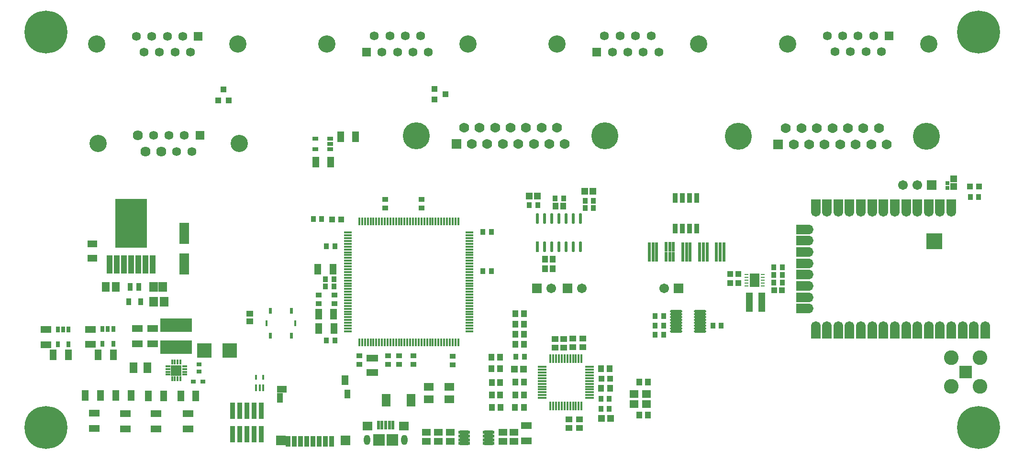
<source format=gts>
G04*
G04 #@! TF.GenerationSoftware,Altium Limited,Altium Designer,20.2.6 (244)*
G04*
G04 Layer_Color=8388736*
%FSLAX25Y25*%
%MOIN*%
G70*
G04*
G04 #@! TF.SameCoordinates,2322B5F6-C0F9-4DFB-907C-46C9DA4D7F26*
G04*
G04*
G04 #@! TF.FilePolarity,Negative*
G04*
G01*
G75*
%ADD27R,0.02236X0.07498*%
G04:AMPARAMS|DCode=28|XSize=74.98mil|YSize=22.36mil|CornerRadius=11.18mil|HoleSize=0mil|Usage=FLASHONLY|Rotation=90.000|XOffset=0mil|YOffset=0mil|HoleType=Round|Shape=RoundedRectangle|*
%AMROUNDEDRECTD28*
21,1,0.07498,0.00000,0,0,90.0*
21,1,0.05262,0.02236,0,0,90.0*
1,1,0.02236,0.00000,0.02631*
1,1,0.02236,0.00000,-0.02631*
1,1,0.02236,0.00000,-0.02631*
1,1,0.02236,0.00000,0.02631*
%
%ADD28ROUNDEDRECTD28*%
%ADD29R,0.01400X0.03200*%
%ADD30R,0.01400X0.05000*%
%ADD32R,0.02362X0.03937*%
%ADD33R,0.01772X0.03937*%
G04:AMPARAMS|DCode=41|XSize=43.31mil|YSize=23.62mil|CornerRadius=2.01mil|HoleSize=0mil|Usage=FLASHONLY|Rotation=180.000|XOffset=0mil|YOffset=0mil|HoleType=Round|Shape=RoundedRectangle|*
%AMROUNDEDRECTD41*
21,1,0.04331,0.01961,0,0,180.0*
21,1,0.03929,0.02362,0,0,180.0*
1,1,0.00402,-0.01965,0.00980*
1,1,0.00402,0.01965,0.00980*
1,1,0.00402,0.01965,-0.00980*
1,1,0.00402,-0.01965,-0.00980*
%
%ADD41ROUNDEDRECTD41*%
%ADD59R,0.06890X0.09646*%
%ADD60R,0.02972X0.01000*%
G04:AMPARAMS|DCode=71|XSize=43.31mil|YSize=23.62mil|CornerRadius=2.01mil|HoleSize=0mil|Usage=FLASHONLY|Rotation=270.000|XOffset=0mil|YOffset=0mil|HoleType=Round|Shape=RoundedRectangle|*
%AMROUNDEDRECTD71*
21,1,0.04331,0.01961,0,0,270.0*
21,1,0.03929,0.02362,0,0,270.0*
1,1,0.00402,-0.00980,-0.01965*
1,1,0.00402,-0.00980,0.01965*
1,1,0.00402,0.00980,0.01965*
1,1,0.00402,0.00980,-0.01965*
%
%ADD71ROUNDEDRECTD71*%
%ADD72R,0.06717X0.04545*%
%ADD96R,0.03543X0.03150*%
%ADD97R,0.03543X0.04724*%
%ADD98R,0.03740X0.05315*%
%ADD106R,0.03197X0.02985*%
%ADD108R,0.06342X0.01302*%
%ADD109R,0.01302X0.06342*%
%ADD110R,0.03556X0.04343*%
%ADD111R,0.04540X0.04934*%
%ADD112R,0.03950X0.04343*%
%ADD113R,0.04540X0.03950*%
%ADD114R,0.08280X0.08280*%
%ADD115R,0.07099X0.06312*%
%ADD116R,0.01955X0.05915*%
%ADD117R,0.06312X0.09068*%
%ADD118R,0.03950X0.03950*%
%ADD119R,0.01700X0.05600*%
%ADD120R,0.05600X0.01700*%
%ADD121R,0.08280X0.05131*%
%ADD122R,0.05131X0.07493*%
%ADD123R,0.09855X0.09855*%
%ADD124R,0.04343X0.03556*%
%ADD125O,0.06706X0.12060*%
%ADD126O,0.12060X0.06706*%
%ADD127C,0.01587*%
%ADD128R,0.06706X0.06706*%
%ADD129R,0.06706X0.06706*%
%ADD130R,0.04343X0.03950*%
%ADD131R,0.04147X0.04540*%
%ADD132R,0.04147X0.04658*%
%ADD133R,0.07099X0.05721*%
%ADD134R,0.04934X0.04934*%
%ADD135R,0.03950X0.04343*%
%ADD136R,0.21863X0.34422*%
%ADD137R,0.04304X0.12847*%
%ADD138R,0.04186X0.04658*%
%ADD139R,0.04737X0.13398*%
%ADD140R,0.03713X0.11784*%
%ADD141R,0.07493X0.05131*%
%ADD142R,0.06312X0.05524*%
%ADD143R,0.04422X0.04658*%
%ADD144R,0.02375X0.06706*%
%ADD145R,0.05524X0.07493*%
%ADD146R,0.07493X0.07493*%
%ADD147R,0.03792X0.01824*%
%ADD148R,0.01824X0.03792*%
%ADD149R,0.22453X0.09265*%
%ADD150R,0.02847X0.02847*%
%ADD151O,0.08477X0.01981*%
%ADD152R,0.03989X0.04658*%
%ADD153R,0.04540X0.04855*%
%ADD154R,0.04658X0.04422*%
%ADD155R,0.04225X0.04658*%
%ADD156R,0.05918X0.04737*%
%ADD157O,0.08280X0.02572*%
%ADD158R,0.04742X0.06713*%
%ADD159R,0.06706X0.04737*%
%ADD160R,0.03951X0.06314*%
%ADD161R,0.03952X0.06710*%
%ADD162R,0.06713X0.06713*%
%ADD163R,0.06709X0.06709*%
%ADD164R,0.03560X0.07700*%
%ADD165R,0.03559X0.07697*%
%ADD166R,0.03557X0.07692*%
%ADD167R,0.03560X0.07700*%
%ADD168R,0.03559X0.07698*%
%ADD169R,0.03558X0.07696*%
%ADD170R,0.03561X0.07702*%
%ADD171R,0.03557X0.07692*%
%ADD172R,0.06312X0.06902*%
%ADD173R,0.05918X0.06509*%
%ADD174R,0.05328X0.06509*%
%ADD175R,0.04225X0.04461*%
%ADD176R,0.04658X0.04186*%
%ADD177R,0.04658X0.03989*%
%ADD178R,0.07099X0.14580*%
%ADD179R,0.03359X0.06804*%
%ADD180C,0.12008*%
%ADD181R,0.06260X0.06260*%
%ADD182C,0.06260*%
%ADD183C,0.07060*%
%ADD184C,0.18812*%
%ADD185C,0.06942*%
%ADD186R,0.06942X0.06942*%
%ADD187O,0.04343X0.07099*%
%ADD188C,0.02800*%
%ADD189C,0.06706*%
%ADD190R,0.09150X0.09150*%
%ADD191C,0.10243*%
%ADD192C,0.29934*%
G36*
X613540Y135350D02*
Y124350D01*
X624540D01*
Y135350D01*
X613540D01*
D02*
G37*
D27*
X342471Y126145D02*
D03*
D28*
X347471D02*
D03*
X352471D02*
D03*
X357471D02*
D03*
X362471D02*
D03*
X367471D02*
D03*
X372471D02*
D03*
Y145837D02*
D03*
X367471D02*
D03*
X362471D02*
D03*
X357471D02*
D03*
X352471D02*
D03*
X347471D02*
D03*
X342471D02*
D03*
D29*
X146348Y35002D02*
D03*
X151466D02*
D03*
D30*
Y27602D02*
D03*
X148907D02*
D03*
X146348D02*
D03*
D32*
X170983Y64106D02*
D03*
X156416D02*
D03*
X170983Y81429D02*
D03*
X156416D02*
D03*
D33*
X173640Y72768D02*
D03*
X153759D02*
D03*
D41*
X187748Y194011D02*
D03*
Y201492D02*
D03*
X197985D02*
D03*
Y197752D02*
D03*
Y194011D02*
D03*
D59*
X493623Y102786D02*
D03*
D60*
X488003Y98849D02*
D03*
Y100818D02*
D03*
Y102786D02*
D03*
Y104755D02*
D03*
Y106723D02*
D03*
X499243D02*
D03*
Y104755D02*
D03*
Y102786D02*
D03*
Y100818D02*
D03*
Y98849D02*
D03*
D71*
X46947Y58382D02*
D03*
X39467D02*
D03*
Y68619D02*
D03*
X43207D02*
D03*
X46947D02*
D03*
X15694Y58078D02*
D03*
X8214D02*
D03*
Y68314D02*
D03*
X11954D02*
D03*
X15694D02*
D03*
D72*
X32227Y118076D02*
D03*
Y128122D02*
D03*
D96*
X102542Y32141D02*
D03*
X109235D02*
D03*
D97*
X65897Y87708D02*
D03*
X57630D02*
D03*
D98*
X64619Y97963D02*
D03*
X58714D02*
D03*
D106*
X106782Y44083D02*
D03*
Y39146D02*
D03*
D108*
X345831Y42322D02*
D03*
Y40354D02*
D03*
Y38385D02*
D03*
Y36417D02*
D03*
Y34448D02*
D03*
Y32480D02*
D03*
Y30511D02*
D03*
Y28543D02*
D03*
Y26574D02*
D03*
Y24606D02*
D03*
Y22637D02*
D03*
Y20669D02*
D03*
X378744D02*
D03*
Y22637D02*
D03*
Y24606D02*
D03*
Y26574D02*
D03*
Y28543D02*
D03*
Y30511D02*
D03*
Y32480D02*
D03*
Y34448D02*
D03*
Y36417D02*
D03*
Y38385D02*
D03*
Y40354D02*
D03*
Y42322D02*
D03*
D109*
X351461Y15039D02*
D03*
X353429D02*
D03*
X355398D02*
D03*
X357366D02*
D03*
X359335D02*
D03*
X361303D02*
D03*
X363272D02*
D03*
X365240D02*
D03*
X367209D02*
D03*
X369177D02*
D03*
X371146D02*
D03*
X373114D02*
D03*
Y47952D02*
D03*
X371146D02*
D03*
X369177D02*
D03*
X367209D02*
D03*
X365240D02*
D03*
X363272D02*
D03*
X361303D02*
D03*
X359335D02*
D03*
X357366D02*
D03*
X355398D02*
D03*
X353429D02*
D03*
X351461D02*
D03*
D110*
X381509Y158034D02*
D03*
X375603D02*
D03*
Y153024D02*
D03*
X381509D02*
D03*
X643969Y160777D02*
D03*
X649874D02*
D03*
X192208Y145390D02*
D03*
X186302D02*
D03*
X200544Y98504D02*
D03*
X194638D02*
D03*
X200544Y103501D02*
D03*
X194638D02*
D03*
X513000Y101031D02*
D03*
X507094D02*
D03*
Y106372D02*
D03*
X513000D02*
D03*
X513069Y111712D02*
D03*
X507164D02*
D03*
X201331Y60777D02*
D03*
X195426D02*
D03*
X342772Y154894D02*
D03*
X336867D02*
D03*
X354727Y159671D02*
D03*
X360632D02*
D03*
X424350Y77661D02*
D03*
X430256D02*
D03*
X424350Y71058D02*
D03*
X430256D02*
D03*
X424350Y64865D02*
D03*
X430256D02*
D03*
X386556Y13217D02*
D03*
X392461D02*
D03*
X386556Y20153D02*
D03*
X392461D02*
D03*
X333237Y49251D02*
D03*
X327332D02*
D03*
X464600Y71058D02*
D03*
X470506D02*
D03*
X304483Y108913D02*
D03*
X310388D02*
D03*
X195426Y126311D02*
D03*
X201331D02*
D03*
X304483Y136453D02*
D03*
X310388D02*
D03*
D111*
X381016Y164571D02*
D03*
X375308D02*
D03*
X342280Y161396D02*
D03*
X336572D02*
D03*
D112*
X120035Y227909D02*
D03*
X127516D02*
D03*
X123776Y235783D02*
D03*
D113*
X142169Y74149D02*
D03*
Y79267D02*
D03*
D114*
X241391Y-8747D02*
D03*
X231942D02*
D03*
D115*
X249265Y899D02*
D03*
X224068D02*
D03*
D116*
X241785Y1785D02*
D03*
X239226D02*
D03*
X236667D02*
D03*
X234108D02*
D03*
X231549D02*
D03*
D117*
X237122Y19133D02*
D03*
X254445D02*
D03*
D118*
X650071Y168211D02*
D03*
X643772D02*
D03*
X199273Y145217D02*
D03*
X205572D02*
D03*
D119*
X218346Y143839D02*
D03*
X220314D02*
D03*
X222283D02*
D03*
X224251D02*
D03*
X226220D02*
D03*
X228188D02*
D03*
X230157D02*
D03*
X232125D02*
D03*
X234094D02*
D03*
X236062D02*
D03*
X238031D02*
D03*
X239999D02*
D03*
X241968D02*
D03*
X243936D02*
D03*
X245905D02*
D03*
X247873D02*
D03*
X249842D02*
D03*
X251810D02*
D03*
X253779D02*
D03*
X255747D02*
D03*
X257716D02*
D03*
X259684D02*
D03*
X261653D02*
D03*
X263621D02*
D03*
X265590D02*
D03*
X267558D02*
D03*
X269527D02*
D03*
X271495D02*
D03*
X273464D02*
D03*
X275432D02*
D03*
X277401D02*
D03*
X279369D02*
D03*
X281338D02*
D03*
X283306D02*
D03*
X285275D02*
D03*
X287243D02*
D03*
Y59239D02*
D03*
X285275D02*
D03*
X283306D02*
D03*
X281338D02*
D03*
X279369D02*
D03*
X277401D02*
D03*
X275432D02*
D03*
X273464D02*
D03*
X271495D02*
D03*
X269527D02*
D03*
X267558D02*
D03*
X265590D02*
D03*
X263621D02*
D03*
X261653D02*
D03*
X259684D02*
D03*
X257716D02*
D03*
X255747D02*
D03*
X253779D02*
D03*
X251810D02*
D03*
X249842D02*
D03*
X247873D02*
D03*
X245905D02*
D03*
X243936D02*
D03*
X241968D02*
D03*
X239999D02*
D03*
X238031D02*
D03*
X236062D02*
D03*
X234094D02*
D03*
X232125D02*
D03*
X230157D02*
D03*
X228188D02*
D03*
X226220D02*
D03*
X224251D02*
D03*
X222283D02*
D03*
X220314D02*
D03*
X218346D02*
D03*
D120*
X295094Y135988D02*
D03*
Y134020D02*
D03*
Y132051D02*
D03*
Y130083D02*
D03*
Y128114D02*
D03*
Y126146D02*
D03*
Y124177D02*
D03*
Y122209D02*
D03*
Y120240D02*
D03*
Y118272D02*
D03*
Y116303D02*
D03*
Y114335D02*
D03*
Y112366D02*
D03*
Y110398D02*
D03*
Y108429D02*
D03*
Y106461D02*
D03*
Y104492D02*
D03*
Y102524D02*
D03*
Y100555D02*
D03*
Y98587D02*
D03*
Y96618D02*
D03*
Y94650D02*
D03*
Y92681D02*
D03*
Y90713D02*
D03*
Y88744D02*
D03*
Y86776D02*
D03*
Y84807D02*
D03*
Y82839D02*
D03*
Y80870D02*
D03*
Y78902D02*
D03*
Y76933D02*
D03*
Y74965D02*
D03*
Y72996D02*
D03*
Y71028D02*
D03*
Y69059D02*
D03*
Y67091D02*
D03*
X210494D02*
D03*
Y69059D02*
D03*
Y71028D02*
D03*
Y72996D02*
D03*
Y74965D02*
D03*
Y76933D02*
D03*
Y78902D02*
D03*
Y80870D02*
D03*
Y82839D02*
D03*
Y84807D02*
D03*
Y86776D02*
D03*
Y88744D02*
D03*
Y90713D02*
D03*
Y92681D02*
D03*
Y94650D02*
D03*
Y96618D02*
D03*
Y98587D02*
D03*
Y100555D02*
D03*
Y102524D02*
D03*
Y104492D02*
D03*
Y106461D02*
D03*
Y108429D02*
D03*
Y110398D02*
D03*
Y112366D02*
D03*
Y114335D02*
D03*
Y116303D02*
D03*
Y118272D02*
D03*
Y120240D02*
D03*
Y122209D02*
D03*
Y124177D02*
D03*
Y126146D02*
D03*
Y128114D02*
D03*
Y130083D02*
D03*
Y132051D02*
D03*
Y134020D02*
D03*
Y135988D02*
D03*
D121*
X227225Y48347D02*
D03*
Y38505D02*
D03*
D122*
X187899Y185011D02*
D03*
X198529D02*
D03*
X205229Y202633D02*
D03*
X215859D02*
D03*
X36334Y50612D02*
D03*
X46964D02*
D03*
X189255Y110398D02*
D03*
X199885D02*
D03*
X189894Y79067D02*
D03*
X200524D02*
D03*
X200544Y69224D02*
D03*
X189914D02*
D03*
X71325Y22069D02*
D03*
X81955D02*
D03*
X93877Y22069D02*
D03*
X104507D02*
D03*
X48718Y22284D02*
D03*
X59347D02*
D03*
X27297Y22284D02*
D03*
X37927D02*
D03*
X5081Y50612D02*
D03*
X15711D02*
D03*
D123*
X110405Y53564D02*
D03*
X128121D02*
D03*
D124*
X190032Y86450D02*
D03*
Y92355D02*
D03*
X200937Y86341D02*
D03*
Y92247D02*
D03*
X238216Y44010D02*
D03*
Y49916D02*
D03*
X218531Y44010D02*
D03*
Y49916D02*
D03*
X283491Y49704D02*
D03*
Y43798D02*
D03*
X246090Y49916D02*
D03*
Y44010D02*
D03*
X236339Y153183D02*
D03*
Y159089D02*
D03*
X255932Y49916D02*
D03*
Y44010D02*
D03*
X261806Y153183D02*
D03*
Y159089D02*
D03*
D125*
X630739Y153141D02*
D03*
X622865D02*
D03*
X614992D02*
D03*
X607118D02*
D03*
X599243D02*
D03*
X591369D02*
D03*
X583495D02*
D03*
X575621D02*
D03*
X567747D02*
D03*
X559873D02*
D03*
X551999D02*
D03*
X544125D02*
D03*
X536251D02*
D03*
Y67944D02*
D03*
X544125D02*
D03*
X551999D02*
D03*
X559873D02*
D03*
X567747D02*
D03*
X575621D02*
D03*
X583495D02*
D03*
X591369D02*
D03*
X599243D02*
D03*
X607118D02*
D03*
X614992D02*
D03*
X622865D02*
D03*
X630739D02*
D03*
X638614D02*
D03*
X646488D02*
D03*
X654362D02*
D03*
D126*
X528692Y138110D02*
D03*
Y130236D02*
D03*
Y122362D02*
D03*
Y114488D02*
D03*
Y106614D02*
D03*
Y98739D02*
D03*
Y90865D02*
D03*
Y82991D02*
D03*
D127*
X619322Y129440D02*
D03*
D128*
X630739Y155850D02*
D03*
X654362Y65267D02*
D03*
X622865Y155850D02*
D03*
X614992D02*
D03*
X607118D02*
D03*
X599243D02*
D03*
X591369D02*
D03*
X583495D02*
D03*
X575621D02*
D03*
X567747D02*
D03*
X559873D02*
D03*
X551999D02*
D03*
X544125D02*
D03*
X536251D02*
D03*
Y65236D02*
D03*
X544125D02*
D03*
X551999D02*
D03*
X559873D02*
D03*
X567747D02*
D03*
X575621D02*
D03*
X583495D02*
D03*
X591369D02*
D03*
X599243D02*
D03*
X607118D02*
D03*
X614992D02*
D03*
X622865D02*
D03*
X630739D02*
D03*
X638614D02*
D03*
X646488D02*
D03*
D129*
X525984Y138110D02*
D03*
Y130236D02*
D03*
Y122362D02*
D03*
Y114488D02*
D03*
Y106614D02*
D03*
Y98739D02*
D03*
Y90865D02*
D03*
Y82991D02*
D03*
X617118Y169097D02*
D03*
X440775Y97168D02*
D03*
X342054D02*
D03*
X363370D02*
D03*
D130*
X278449Y232399D02*
D03*
X270574Y228659D02*
D03*
Y236139D02*
D03*
D131*
X360337Y154476D02*
D03*
X355022D02*
D03*
X352881Y117411D02*
D03*
X347566D02*
D03*
X352881Y110889D02*
D03*
X347566D02*
D03*
D132*
X327208Y72216D02*
D03*
X333113D02*
D03*
X310553Y31495D02*
D03*
X316459D02*
D03*
X333113Y79331D02*
D03*
X327208D02*
D03*
X310574Y22696D02*
D03*
X316479D02*
D03*
D133*
X266569Y19881D02*
D03*
X281135D02*
D03*
X266569Y28543D02*
D03*
X281135D02*
D03*
D134*
X632402Y168211D02*
D03*
Y173527D02*
D03*
D135*
X507291Y95691D02*
D03*
X512803D02*
D03*
X476809Y100818D02*
D03*
X482321D02*
D03*
Y107009D02*
D03*
X476809D02*
D03*
D136*
X59401Y142479D02*
D03*
D137*
X74401Y113720D02*
D03*
X69401D02*
D03*
X64401D02*
D03*
X59401D02*
D03*
X54401D02*
D03*
X49401D02*
D03*
X44401D02*
D03*
D138*
X326889Y22775D02*
D03*
X332913D02*
D03*
X392894Y27246D02*
D03*
X386871D02*
D03*
X333094Y57986D02*
D03*
X327070D02*
D03*
X333094Y65101D02*
D03*
X327070D02*
D03*
X332923Y31653D02*
D03*
X326899D02*
D03*
D139*
X489949Y87404D02*
D03*
X498610D02*
D03*
D140*
X150201Y11566D02*
D03*
X145201D02*
D03*
X140201D02*
D03*
X135201D02*
D03*
X130201D02*
D03*
Y-4457D02*
D03*
X135201D02*
D03*
X140201D02*
D03*
X145201D02*
D03*
X150201D02*
D03*
D141*
X63854Y58444D02*
D03*
Y69074D02*
D03*
X31162Y68525D02*
D03*
Y57895D02*
D03*
X74270Y58444D02*
D03*
Y69074D02*
D03*
X33719Y9997D02*
D03*
Y-632D02*
D03*
X334807Y-9351D02*
D03*
Y1279D02*
D03*
X76695Y-802D02*
D03*
Y9828D02*
D03*
X55502Y-802D02*
D03*
Y9828D02*
D03*
X99192Y-802D02*
D03*
Y9828D02*
D03*
X148Y57784D02*
D03*
Y68414D02*
D03*
D142*
X409860Y16535D02*
D03*
X418521D02*
D03*
Y23228D02*
D03*
X409860D02*
D03*
D143*
X413364Y8681D02*
D03*
X419466D02*
D03*
X310239Y41117D02*
D03*
X316341D02*
D03*
X413364Y31809D02*
D03*
X419466D02*
D03*
X310722Y13897D02*
D03*
X316825D02*
D03*
X316341Y49056D02*
D03*
X310239D02*
D03*
D144*
X420324Y119038D02*
D03*
X422883D02*
D03*
X425442D02*
D03*
Y125731D02*
D03*
X422883D02*
D03*
X420324D02*
D03*
X432026Y125901D02*
D03*
X434585D02*
D03*
X437144D02*
D03*
Y119208D02*
D03*
X434585D02*
D03*
X432026D02*
D03*
X443728Y125838D02*
D03*
X446287D02*
D03*
X448846D02*
D03*
Y119146D02*
D03*
X446287D02*
D03*
X443728D02*
D03*
X455431Y125838D02*
D03*
X457990D02*
D03*
X460548D02*
D03*
Y119146D02*
D03*
X457990D02*
D03*
X455431D02*
D03*
X467133Y125839D02*
D03*
X469692D02*
D03*
X472251D02*
D03*
Y119146D02*
D03*
X469692D02*
D03*
X467133D02*
D03*
D145*
X70819Y41580D02*
D03*
X60976D02*
D03*
D146*
X90846Y39863D02*
D03*
D147*
X96692Y42816D02*
D03*
Y40847D02*
D03*
Y38879D02*
D03*
Y36910D02*
D03*
X84999D02*
D03*
Y38879D02*
D03*
Y40847D02*
D03*
Y42816D02*
D03*
D148*
X87893Y45710D02*
D03*
X89861D02*
D03*
X91830D02*
D03*
X93798D02*
D03*
Y34017D02*
D03*
X91830D02*
D03*
X89861D02*
D03*
X87893D02*
D03*
D149*
X90846Y71337D02*
D03*
Y56180D02*
D03*
D150*
X627935Y170318D02*
D03*
Y167168D02*
D03*
D151*
X439071Y80901D02*
D03*
Y78932D02*
D03*
Y76964D02*
D03*
Y74995D02*
D03*
Y73027D02*
D03*
Y71058D02*
D03*
Y69090D02*
D03*
Y67121D02*
D03*
X455804Y80901D02*
D03*
Y78932D02*
D03*
Y76964D02*
D03*
Y74995D02*
D03*
Y73027D02*
D03*
Y71058D02*
D03*
Y69090D02*
D03*
Y67121D02*
D03*
D152*
X392843Y41117D02*
D03*
X386772D02*
D03*
D153*
X387048Y6538D02*
D03*
X393253D02*
D03*
X326541Y40629D02*
D03*
X332745D02*
D03*
D154*
X371804Y5858D02*
D03*
Y-244D02*
D03*
X354591Y61825D02*
D03*
Y55723D02*
D03*
X364427Y-244D02*
D03*
Y5858D02*
D03*
X360734Y55723D02*
D03*
Y61825D02*
D03*
D155*
X332893Y13897D02*
D03*
X326752D02*
D03*
D156*
X265000Y-3249D02*
D03*
Y-9548D02*
D03*
X273438Y-3157D02*
D03*
Y-9456D02*
D03*
X281875Y-3249D02*
D03*
Y-9548D02*
D03*
X318290Y-9548D02*
D03*
Y-3249D02*
D03*
X326051Y-9517D02*
D03*
Y-3218D02*
D03*
D157*
X308385Y-11018D02*
D03*
Y-8459D02*
D03*
Y-5900D02*
D03*
Y-3341D02*
D03*
X291456Y-11018D02*
D03*
Y-8459D02*
D03*
Y-5900D02*
D03*
Y-3341D02*
D03*
D158*
X208483Y33053D02*
D03*
D159*
X164408Y26753D02*
D03*
D160*
X210058Y23407D02*
D03*
D161*
X163010Y20848D02*
D03*
D162*
X208778Y-9073D02*
D03*
D163*
X163699D02*
D03*
D164*
X168818Y-9566D02*
D03*
D165*
X173148D02*
D03*
D166*
X177479D02*
D03*
D167*
X181810D02*
D03*
D168*
X186140D02*
D03*
D169*
X190471D02*
D03*
D170*
X194802D02*
D03*
D171*
X199132D02*
D03*
D172*
X82403Y87708D02*
D03*
X74923D02*
D03*
D173*
X81350Y97963D02*
D03*
X75051D02*
D03*
D174*
X41828Y97963D02*
D03*
X48718D02*
D03*
D175*
X393032Y34083D02*
D03*
X386890D02*
D03*
D176*
X367047Y61943D02*
D03*
Y55919D02*
D03*
D177*
X374181Y55971D02*
D03*
Y62041D02*
D03*
D178*
X96340Y135272D02*
D03*
Y114012D02*
D03*
D179*
X438486Y138608D02*
D03*
X443486D02*
D03*
X448486D02*
D03*
X453486D02*
D03*
Y159962D02*
D03*
X448486D02*
D03*
X443486D02*
D03*
X438486D02*
D03*
D180*
X36479Y198099D02*
D03*
X134864D02*
D03*
X294175Y267381D02*
D03*
X195789D02*
D03*
X133735Y267229D02*
D03*
X35350D02*
D03*
X356202Y267381D02*
D03*
X454588D02*
D03*
X516622Y267511D02*
D03*
X615007D02*
D03*
D181*
X107266Y203689D02*
D03*
X223387Y261791D02*
D03*
X106137Y272819D02*
D03*
X383801Y261791D02*
D03*
X587409Y273101D02*
D03*
D182*
X96479Y203689D02*
D03*
X85691D02*
D03*
X74904D02*
D03*
X101872Y192508D02*
D03*
X91085D02*
D03*
X234175Y261791D02*
D03*
X244962D02*
D03*
X255750D02*
D03*
X266537D02*
D03*
X228781Y272972D02*
D03*
X239569D02*
D03*
X250356D02*
D03*
X261143D02*
D03*
X68381Y261638D02*
D03*
X79168D02*
D03*
X89956D02*
D03*
X100743D02*
D03*
X62987Y272819D02*
D03*
X73775D02*
D03*
X84562D02*
D03*
X95350D02*
D03*
X421556Y272972D02*
D03*
X410769D02*
D03*
X399982D02*
D03*
X389194D02*
D03*
X426950Y261791D02*
D03*
X416163D02*
D03*
X405375D02*
D03*
X394588D02*
D03*
X576622Y273101D02*
D03*
X565834D02*
D03*
X555047D02*
D03*
X544259D02*
D03*
X582015Y261920D02*
D03*
X571228D02*
D03*
X560440D02*
D03*
X549653D02*
D03*
D183*
X64116Y203689D02*
D03*
X80297Y192508D02*
D03*
X69510D02*
D03*
D184*
X389280Y203342D02*
D03*
X258099D02*
D03*
X613502Y203120D02*
D03*
X482321D02*
D03*
D185*
X356091Y208933D02*
D03*
X345304D02*
D03*
X334477D02*
D03*
X323689D02*
D03*
X312902D02*
D03*
X302075D02*
D03*
X291288D02*
D03*
X361485Y197752D02*
D03*
X350697D02*
D03*
X339910D02*
D03*
X329123D02*
D03*
X318256D02*
D03*
X307469D02*
D03*
X296682D02*
D03*
X580313Y208711D02*
D03*
X569526D02*
D03*
X558699D02*
D03*
X547912D02*
D03*
X537124D02*
D03*
X526298D02*
D03*
X515510D02*
D03*
X585707Y197529D02*
D03*
X574920D02*
D03*
X564132D02*
D03*
X553345D02*
D03*
X542479D02*
D03*
X531691D02*
D03*
X520904D02*
D03*
D186*
X285894Y197752D02*
D03*
X510116Y197529D02*
D03*
D187*
X249659Y-8747D02*
D03*
X223675D02*
D03*
D188*
X615385Y129834D02*
D03*
Y133377D02*
D03*
Y126291D02*
D03*
X622865Y129834D02*
D03*
Y133377D02*
D03*
Y126291D02*
D03*
X619322D02*
D03*
Y133377D02*
D03*
Y129834D02*
D03*
D189*
X607118Y169097D02*
D03*
X597118D02*
D03*
X430775Y97168D02*
D03*
X352054D02*
D03*
X373370D02*
D03*
D190*
X640744Y38853D02*
D03*
D191*
X650744Y28853D02*
D03*
X630744D02*
D03*
Y48853D02*
D03*
X650744D02*
D03*
D192*
X649606Y0D02*
D03*
Y275590D02*
D03*
X0Y0D02*
D03*
Y275590D02*
D03*
M02*

</source>
